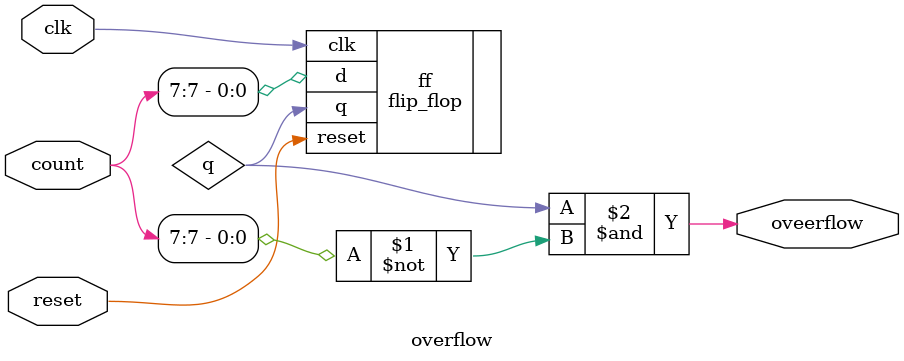
<source format=sv>
`timescale 1ns / 1ps
module overflow(
input logic [7:0] count,
input logic clk,
input logic reset,
output logic oveerflow

    );
    logic q;
    
flip_flop ff(
.clk(clk),       
.reset(reset),       
.d(count[7]),        
.q(q)
);   
assign oveerflow = q & ~count[7];

endmodule


</source>
